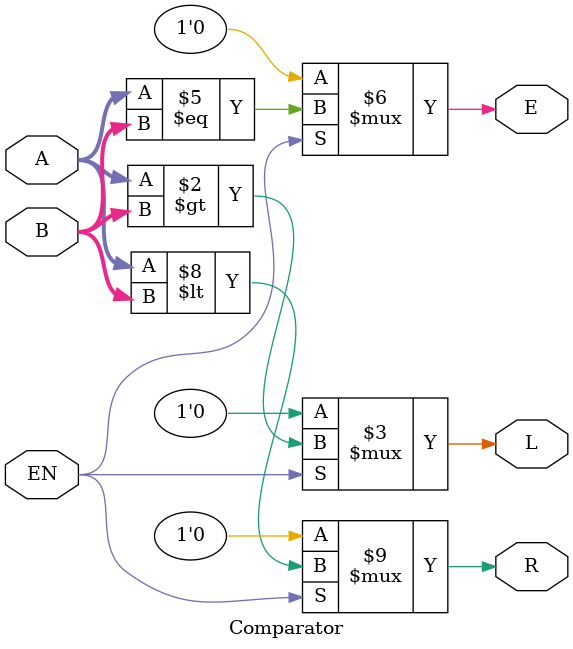
<source format=v>
`timescale 1ns / 1ps


module Comparator(
    input [3:0] A,
    input [3:0] B,
    input  EN,
    output L,
    output E,
    output R
    );
assign L=(EN==1'b1)?(A>B):1'b0;
assign E=(EN==1'b1)?(A==B):1'b0;
assign R=(EN==1'b1)?(A<B):1'b0;
endmodule

</source>
